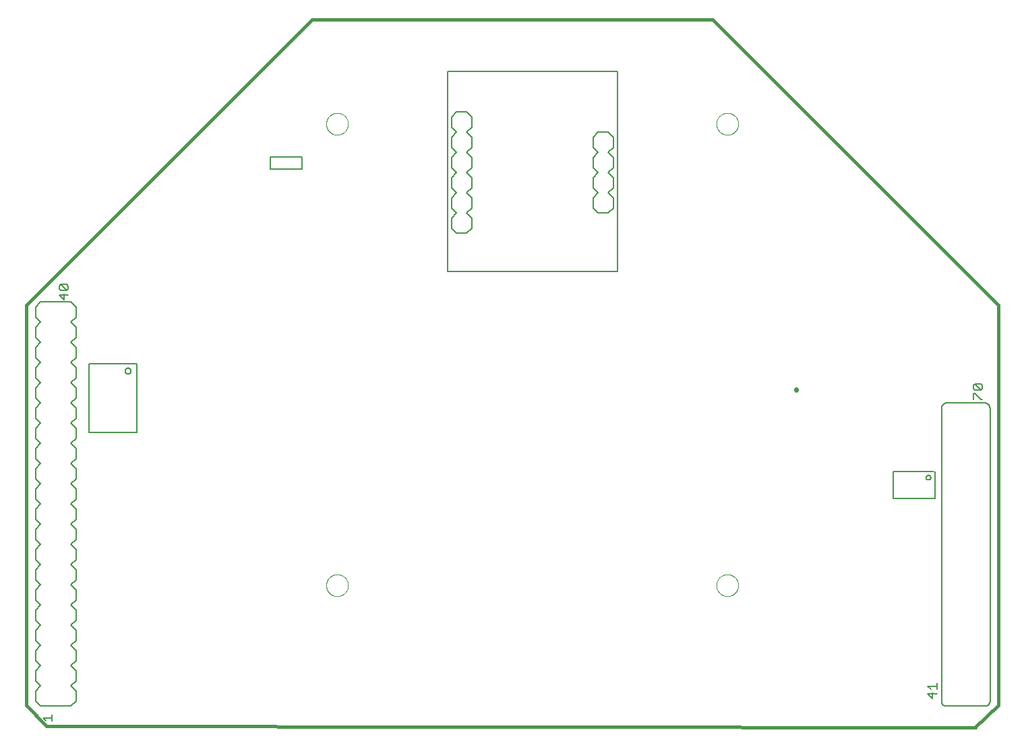
<source format=gto>
G75*
%MOIN*%
%OFA0B0*%
%FSLAX25Y25*%
%IPPOS*%
%LPD*%
%AMOC8*
5,1,8,0,0,1.08239X$1,22.5*
%
%ADD10C,0.01600*%
%ADD11C,0.00000*%
%ADD12C,0.00800*%
%ADD13C,0.00500*%
%ADD14C,0.00600*%
%ADD15C,0.02200*%
D10*
X0058905Y0179884D02*
X0048884Y0190305D01*
X0048884Y0388295D01*
X0190305Y0529716D01*
X0388295Y0529716D01*
X0529716Y0388295D01*
X0529716Y0190305D01*
X0518095Y0179184D01*
X0518195Y0179316D02*
X0059005Y0179916D01*
D11*
X0197324Y0249599D02*
X0197326Y0249746D01*
X0197332Y0249892D01*
X0197342Y0250038D01*
X0197356Y0250184D01*
X0197374Y0250330D01*
X0197395Y0250475D01*
X0197421Y0250619D01*
X0197451Y0250763D01*
X0197484Y0250905D01*
X0197521Y0251047D01*
X0197562Y0251188D01*
X0197607Y0251327D01*
X0197656Y0251466D01*
X0197708Y0251603D01*
X0197765Y0251738D01*
X0197824Y0251872D01*
X0197888Y0252004D01*
X0197955Y0252134D01*
X0198025Y0252263D01*
X0198099Y0252390D01*
X0198176Y0252514D01*
X0198257Y0252637D01*
X0198341Y0252757D01*
X0198428Y0252875D01*
X0198518Y0252990D01*
X0198611Y0253103D01*
X0198708Y0253214D01*
X0198807Y0253322D01*
X0198909Y0253427D01*
X0199014Y0253529D01*
X0199122Y0253628D01*
X0199233Y0253725D01*
X0199346Y0253818D01*
X0199461Y0253908D01*
X0199579Y0253995D01*
X0199699Y0254079D01*
X0199822Y0254160D01*
X0199946Y0254237D01*
X0200073Y0254311D01*
X0200202Y0254381D01*
X0200332Y0254448D01*
X0200464Y0254512D01*
X0200598Y0254571D01*
X0200733Y0254628D01*
X0200870Y0254680D01*
X0201009Y0254729D01*
X0201148Y0254774D01*
X0201289Y0254815D01*
X0201431Y0254852D01*
X0201573Y0254885D01*
X0201717Y0254915D01*
X0201861Y0254941D01*
X0202006Y0254962D01*
X0202152Y0254980D01*
X0202298Y0254994D01*
X0202444Y0255004D01*
X0202590Y0255010D01*
X0202737Y0255012D01*
X0202884Y0255010D01*
X0203030Y0255004D01*
X0203176Y0254994D01*
X0203322Y0254980D01*
X0203468Y0254962D01*
X0203613Y0254941D01*
X0203757Y0254915D01*
X0203901Y0254885D01*
X0204043Y0254852D01*
X0204185Y0254815D01*
X0204326Y0254774D01*
X0204465Y0254729D01*
X0204604Y0254680D01*
X0204741Y0254628D01*
X0204876Y0254571D01*
X0205010Y0254512D01*
X0205142Y0254448D01*
X0205272Y0254381D01*
X0205401Y0254311D01*
X0205528Y0254237D01*
X0205652Y0254160D01*
X0205775Y0254079D01*
X0205895Y0253995D01*
X0206013Y0253908D01*
X0206128Y0253818D01*
X0206241Y0253725D01*
X0206352Y0253628D01*
X0206460Y0253529D01*
X0206565Y0253427D01*
X0206667Y0253322D01*
X0206766Y0253214D01*
X0206863Y0253103D01*
X0206956Y0252990D01*
X0207046Y0252875D01*
X0207133Y0252757D01*
X0207217Y0252637D01*
X0207298Y0252514D01*
X0207375Y0252390D01*
X0207449Y0252263D01*
X0207519Y0252134D01*
X0207586Y0252004D01*
X0207650Y0251872D01*
X0207709Y0251738D01*
X0207766Y0251603D01*
X0207818Y0251466D01*
X0207867Y0251327D01*
X0207912Y0251188D01*
X0207953Y0251047D01*
X0207990Y0250905D01*
X0208023Y0250763D01*
X0208053Y0250619D01*
X0208079Y0250475D01*
X0208100Y0250330D01*
X0208118Y0250184D01*
X0208132Y0250038D01*
X0208142Y0249892D01*
X0208148Y0249746D01*
X0208150Y0249599D01*
X0208148Y0249452D01*
X0208142Y0249306D01*
X0208132Y0249160D01*
X0208118Y0249014D01*
X0208100Y0248868D01*
X0208079Y0248723D01*
X0208053Y0248579D01*
X0208023Y0248435D01*
X0207990Y0248293D01*
X0207953Y0248151D01*
X0207912Y0248010D01*
X0207867Y0247871D01*
X0207818Y0247732D01*
X0207766Y0247595D01*
X0207709Y0247460D01*
X0207650Y0247326D01*
X0207586Y0247194D01*
X0207519Y0247064D01*
X0207449Y0246935D01*
X0207375Y0246808D01*
X0207298Y0246684D01*
X0207217Y0246561D01*
X0207133Y0246441D01*
X0207046Y0246323D01*
X0206956Y0246208D01*
X0206863Y0246095D01*
X0206766Y0245984D01*
X0206667Y0245876D01*
X0206565Y0245771D01*
X0206460Y0245669D01*
X0206352Y0245570D01*
X0206241Y0245473D01*
X0206128Y0245380D01*
X0206013Y0245290D01*
X0205895Y0245203D01*
X0205775Y0245119D01*
X0205652Y0245038D01*
X0205528Y0244961D01*
X0205401Y0244887D01*
X0205272Y0244817D01*
X0205142Y0244750D01*
X0205010Y0244686D01*
X0204876Y0244627D01*
X0204741Y0244570D01*
X0204604Y0244518D01*
X0204465Y0244469D01*
X0204326Y0244424D01*
X0204185Y0244383D01*
X0204043Y0244346D01*
X0203901Y0244313D01*
X0203757Y0244283D01*
X0203613Y0244257D01*
X0203468Y0244236D01*
X0203322Y0244218D01*
X0203176Y0244204D01*
X0203030Y0244194D01*
X0202884Y0244188D01*
X0202737Y0244186D01*
X0202590Y0244188D01*
X0202444Y0244194D01*
X0202298Y0244204D01*
X0202152Y0244218D01*
X0202006Y0244236D01*
X0201861Y0244257D01*
X0201717Y0244283D01*
X0201573Y0244313D01*
X0201431Y0244346D01*
X0201289Y0244383D01*
X0201148Y0244424D01*
X0201009Y0244469D01*
X0200870Y0244518D01*
X0200733Y0244570D01*
X0200598Y0244627D01*
X0200464Y0244686D01*
X0200332Y0244750D01*
X0200202Y0244817D01*
X0200073Y0244887D01*
X0199946Y0244961D01*
X0199822Y0245038D01*
X0199699Y0245119D01*
X0199579Y0245203D01*
X0199461Y0245290D01*
X0199346Y0245380D01*
X0199233Y0245473D01*
X0199122Y0245570D01*
X0199014Y0245669D01*
X0198909Y0245771D01*
X0198807Y0245876D01*
X0198708Y0245984D01*
X0198611Y0246095D01*
X0198518Y0246208D01*
X0198428Y0246323D01*
X0198341Y0246441D01*
X0198257Y0246561D01*
X0198176Y0246684D01*
X0198099Y0246808D01*
X0198025Y0246935D01*
X0197955Y0247064D01*
X0197888Y0247194D01*
X0197824Y0247326D01*
X0197765Y0247460D01*
X0197708Y0247595D01*
X0197656Y0247732D01*
X0197607Y0247871D01*
X0197562Y0248010D01*
X0197521Y0248151D01*
X0197484Y0248293D01*
X0197451Y0248435D01*
X0197421Y0248579D01*
X0197395Y0248723D01*
X0197374Y0248868D01*
X0197356Y0249014D01*
X0197342Y0249160D01*
X0197332Y0249306D01*
X0197326Y0249452D01*
X0197324Y0249599D01*
X0390237Y0249599D02*
X0390239Y0249746D01*
X0390245Y0249892D01*
X0390255Y0250038D01*
X0390269Y0250184D01*
X0390287Y0250330D01*
X0390308Y0250475D01*
X0390334Y0250619D01*
X0390364Y0250763D01*
X0390397Y0250905D01*
X0390434Y0251047D01*
X0390475Y0251188D01*
X0390520Y0251327D01*
X0390569Y0251466D01*
X0390621Y0251603D01*
X0390678Y0251738D01*
X0390737Y0251872D01*
X0390801Y0252004D01*
X0390868Y0252134D01*
X0390938Y0252263D01*
X0391012Y0252390D01*
X0391089Y0252514D01*
X0391170Y0252637D01*
X0391254Y0252757D01*
X0391341Y0252875D01*
X0391431Y0252990D01*
X0391524Y0253103D01*
X0391621Y0253214D01*
X0391720Y0253322D01*
X0391822Y0253427D01*
X0391927Y0253529D01*
X0392035Y0253628D01*
X0392146Y0253725D01*
X0392259Y0253818D01*
X0392374Y0253908D01*
X0392492Y0253995D01*
X0392612Y0254079D01*
X0392735Y0254160D01*
X0392859Y0254237D01*
X0392986Y0254311D01*
X0393115Y0254381D01*
X0393245Y0254448D01*
X0393377Y0254512D01*
X0393511Y0254571D01*
X0393646Y0254628D01*
X0393783Y0254680D01*
X0393922Y0254729D01*
X0394061Y0254774D01*
X0394202Y0254815D01*
X0394344Y0254852D01*
X0394486Y0254885D01*
X0394630Y0254915D01*
X0394774Y0254941D01*
X0394919Y0254962D01*
X0395065Y0254980D01*
X0395211Y0254994D01*
X0395357Y0255004D01*
X0395503Y0255010D01*
X0395650Y0255012D01*
X0395797Y0255010D01*
X0395943Y0255004D01*
X0396089Y0254994D01*
X0396235Y0254980D01*
X0396381Y0254962D01*
X0396526Y0254941D01*
X0396670Y0254915D01*
X0396814Y0254885D01*
X0396956Y0254852D01*
X0397098Y0254815D01*
X0397239Y0254774D01*
X0397378Y0254729D01*
X0397517Y0254680D01*
X0397654Y0254628D01*
X0397789Y0254571D01*
X0397923Y0254512D01*
X0398055Y0254448D01*
X0398185Y0254381D01*
X0398314Y0254311D01*
X0398441Y0254237D01*
X0398565Y0254160D01*
X0398688Y0254079D01*
X0398808Y0253995D01*
X0398926Y0253908D01*
X0399041Y0253818D01*
X0399154Y0253725D01*
X0399265Y0253628D01*
X0399373Y0253529D01*
X0399478Y0253427D01*
X0399580Y0253322D01*
X0399679Y0253214D01*
X0399776Y0253103D01*
X0399869Y0252990D01*
X0399959Y0252875D01*
X0400046Y0252757D01*
X0400130Y0252637D01*
X0400211Y0252514D01*
X0400288Y0252390D01*
X0400362Y0252263D01*
X0400432Y0252134D01*
X0400499Y0252004D01*
X0400563Y0251872D01*
X0400622Y0251738D01*
X0400679Y0251603D01*
X0400731Y0251466D01*
X0400780Y0251327D01*
X0400825Y0251188D01*
X0400866Y0251047D01*
X0400903Y0250905D01*
X0400936Y0250763D01*
X0400966Y0250619D01*
X0400992Y0250475D01*
X0401013Y0250330D01*
X0401031Y0250184D01*
X0401045Y0250038D01*
X0401055Y0249892D01*
X0401061Y0249746D01*
X0401063Y0249599D01*
X0401061Y0249452D01*
X0401055Y0249306D01*
X0401045Y0249160D01*
X0401031Y0249014D01*
X0401013Y0248868D01*
X0400992Y0248723D01*
X0400966Y0248579D01*
X0400936Y0248435D01*
X0400903Y0248293D01*
X0400866Y0248151D01*
X0400825Y0248010D01*
X0400780Y0247871D01*
X0400731Y0247732D01*
X0400679Y0247595D01*
X0400622Y0247460D01*
X0400563Y0247326D01*
X0400499Y0247194D01*
X0400432Y0247064D01*
X0400362Y0246935D01*
X0400288Y0246808D01*
X0400211Y0246684D01*
X0400130Y0246561D01*
X0400046Y0246441D01*
X0399959Y0246323D01*
X0399869Y0246208D01*
X0399776Y0246095D01*
X0399679Y0245984D01*
X0399580Y0245876D01*
X0399478Y0245771D01*
X0399373Y0245669D01*
X0399265Y0245570D01*
X0399154Y0245473D01*
X0399041Y0245380D01*
X0398926Y0245290D01*
X0398808Y0245203D01*
X0398688Y0245119D01*
X0398565Y0245038D01*
X0398441Y0244961D01*
X0398314Y0244887D01*
X0398185Y0244817D01*
X0398055Y0244750D01*
X0397923Y0244686D01*
X0397789Y0244627D01*
X0397654Y0244570D01*
X0397517Y0244518D01*
X0397378Y0244469D01*
X0397239Y0244424D01*
X0397098Y0244383D01*
X0396956Y0244346D01*
X0396814Y0244313D01*
X0396670Y0244283D01*
X0396526Y0244257D01*
X0396381Y0244236D01*
X0396235Y0244218D01*
X0396089Y0244204D01*
X0395943Y0244194D01*
X0395797Y0244188D01*
X0395650Y0244186D01*
X0395503Y0244188D01*
X0395357Y0244194D01*
X0395211Y0244204D01*
X0395065Y0244218D01*
X0394919Y0244236D01*
X0394774Y0244257D01*
X0394630Y0244283D01*
X0394486Y0244313D01*
X0394344Y0244346D01*
X0394202Y0244383D01*
X0394061Y0244424D01*
X0393922Y0244469D01*
X0393783Y0244518D01*
X0393646Y0244570D01*
X0393511Y0244627D01*
X0393377Y0244686D01*
X0393245Y0244750D01*
X0393115Y0244817D01*
X0392986Y0244887D01*
X0392859Y0244961D01*
X0392735Y0245038D01*
X0392612Y0245119D01*
X0392492Y0245203D01*
X0392374Y0245290D01*
X0392259Y0245380D01*
X0392146Y0245473D01*
X0392035Y0245570D01*
X0391927Y0245669D01*
X0391822Y0245771D01*
X0391720Y0245876D01*
X0391621Y0245984D01*
X0391524Y0246095D01*
X0391431Y0246208D01*
X0391341Y0246323D01*
X0391254Y0246441D01*
X0391170Y0246561D01*
X0391089Y0246684D01*
X0391012Y0246808D01*
X0390938Y0246935D01*
X0390868Y0247064D01*
X0390801Y0247194D01*
X0390737Y0247326D01*
X0390678Y0247460D01*
X0390621Y0247595D01*
X0390569Y0247732D01*
X0390520Y0247871D01*
X0390475Y0248010D01*
X0390434Y0248151D01*
X0390397Y0248293D01*
X0390364Y0248435D01*
X0390334Y0248579D01*
X0390308Y0248723D01*
X0390287Y0248868D01*
X0390269Y0249014D01*
X0390255Y0249160D01*
X0390245Y0249306D01*
X0390239Y0249452D01*
X0390237Y0249599D01*
X0390237Y0477946D02*
X0390239Y0478093D01*
X0390245Y0478239D01*
X0390255Y0478385D01*
X0390269Y0478531D01*
X0390287Y0478677D01*
X0390308Y0478822D01*
X0390334Y0478966D01*
X0390364Y0479110D01*
X0390397Y0479252D01*
X0390434Y0479394D01*
X0390475Y0479535D01*
X0390520Y0479674D01*
X0390569Y0479813D01*
X0390621Y0479950D01*
X0390678Y0480085D01*
X0390737Y0480219D01*
X0390801Y0480351D01*
X0390868Y0480481D01*
X0390938Y0480610D01*
X0391012Y0480737D01*
X0391089Y0480861D01*
X0391170Y0480984D01*
X0391254Y0481104D01*
X0391341Y0481222D01*
X0391431Y0481337D01*
X0391524Y0481450D01*
X0391621Y0481561D01*
X0391720Y0481669D01*
X0391822Y0481774D01*
X0391927Y0481876D01*
X0392035Y0481975D01*
X0392146Y0482072D01*
X0392259Y0482165D01*
X0392374Y0482255D01*
X0392492Y0482342D01*
X0392612Y0482426D01*
X0392735Y0482507D01*
X0392859Y0482584D01*
X0392986Y0482658D01*
X0393115Y0482728D01*
X0393245Y0482795D01*
X0393377Y0482859D01*
X0393511Y0482918D01*
X0393646Y0482975D01*
X0393783Y0483027D01*
X0393922Y0483076D01*
X0394061Y0483121D01*
X0394202Y0483162D01*
X0394344Y0483199D01*
X0394486Y0483232D01*
X0394630Y0483262D01*
X0394774Y0483288D01*
X0394919Y0483309D01*
X0395065Y0483327D01*
X0395211Y0483341D01*
X0395357Y0483351D01*
X0395503Y0483357D01*
X0395650Y0483359D01*
X0395797Y0483357D01*
X0395943Y0483351D01*
X0396089Y0483341D01*
X0396235Y0483327D01*
X0396381Y0483309D01*
X0396526Y0483288D01*
X0396670Y0483262D01*
X0396814Y0483232D01*
X0396956Y0483199D01*
X0397098Y0483162D01*
X0397239Y0483121D01*
X0397378Y0483076D01*
X0397517Y0483027D01*
X0397654Y0482975D01*
X0397789Y0482918D01*
X0397923Y0482859D01*
X0398055Y0482795D01*
X0398185Y0482728D01*
X0398314Y0482658D01*
X0398441Y0482584D01*
X0398565Y0482507D01*
X0398688Y0482426D01*
X0398808Y0482342D01*
X0398926Y0482255D01*
X0399041Y0482165D01*
X0399154Y0482072D01*
X0399265Y0481975D01*
X0399373Y0481876D01*
X0399478Y0481774D01*
X0399580Y0481669D01*
X0399679Y0481561D01*
X0399776Y0481450D01*
X0399869Y0481337D01*
X0399959Y0481222D01*
X0400046Y0481104D01*
X0400130Y0480984D01*
X0400211Y0480861D01*
X0400288Y0480737D01*
X0400362Y0480610D01*
X0400432Y0480481D01*
X0400499Y0480351D01*
X0400563Y0480219D01*
X0400622Y0480085D01*
X0400679Y0479950D01*
X0400731Y0479813D01*
X0400780Y0479674D01*
X0400825Y0479535D01*
X0400866Y0479394D01*
X0400903Y0479252D01*
X0400936Y0479110D01*
X0400966Y0478966D01*
X0400992Y0478822D01*
X0401013Y0478677D01*
X0401031Y0478531D01*
X0401045Y0478385D01*
X0401055Y0478239D01*
X0401061Y0478093D01*
X0401063Y0477946D01*
X0401061Y0477799D01*
X0401055Y0477653D01*
X0401045Y0477507D01*
X0401031Y0477361D01*
X0401013Y0477215D01*
X0400992Y0477070D01*
X0400966Y0476926D01*
X0400936Y0476782D01*
X0400903Y0476640D01*
X0400866Y0476498D01*
X0400825Y0476357D01*
X0400780Y0476218D01*
X0400731Y0476079D01*
X0400679Y0475942D01*
X0400622Y0475807D01*
X0400563Y0475673D01*
X0400499Y0475541D01*
X0400432Y0475411D01*
X0400362Y0475282D01*
X0400288Y0475155D01*
X0400211Y0475031D01*
X0400130Y0474908D01*
X0400046Y0474788D01*
X0399959Y0474670D01*
X0399869Y0474555D01*
X0399776Y0474442D01*
X0399679Y0474331D01*
X0399580Y0474223D01*
X0399478Y0474118D01*
X0399373Y0474016D01*
X0399265Y0473917D01*
X0399154Y0473820D01*
X0399041Y0473727D01*
X0398926Y0473637D01*
X0398808Y0473550D01*
X0398688Y0473466D01*
X0398565Y0473385D01*
X0398441Y0473308D01*
X0398314Y0473234D01*
X0398185Y0473164D01*
X0398055Y0473097D01*
X0397923Y0473033D01*
X0397789Y0472974D01*
X0397654Y0472917D01*
X0397517Y0472865D01*
X0397378Y0472816D01*
X0397239Y0472771D01*
X0397098Y0472730D01*
X0396956Y0472693D01*
X0396814Y0472660D01*
X0396670Y0472630D01*
X0396526Y0472604D01*
X0396381Y0472583D01*
X0396235Y0472565D01*
X0396089Y0472551D01*
X0395943Y0472541D01*
X0395797Y0472535D01*
X0395650Y0472533D01*
X0395503Y0472535D01*
X0395357Y0472541D01*
X0395211Y0472551D01*
X0395065Y0472565D01*
X0394919Y0472583D01*
X0394774Y0472604D01*
X0394630Y0472630D01*
X0394486Y0472660D01*
X0394344Y0472693D01*
X0394202Y0472730D01*
X0394061Y0472771D01*
X0393922Y0472816D01*
X0393783Y0472865D01*
X0393646Y0472917D01*
X0393511Y0472974D01*
X0393377Y0473033D01*
X0393245Y0473097D01*
X0393115Y0473164D01*
X0392986Y0473234D01*
X0392859Y0473308D01*
X0392735Y0473385D01*
X0392612Y0473466D01*
X0392492Y0473550D01*
X0392374Y0473637D01*
X0392259Y0473727D01*
X0392146Y0473820D01*
X0392035Y0473917D01*
X0391927Y0474016D01*
X0391822Y0474118D01*
X0391720Y0474223D01*
X0391621Y0474331D01*
X0391524Y0474442D01*
X0391431Y0474555D01*
X0391341Y0474670D01*
X0391254Y0474788D01*
X0391170Y0474908D01*
X0391089Y0475031D01*
X0391012Y0475155D01*
X0390938Y0475282D01*
X0390868Y0475411D01*
X0390801Y0475541D01*
X0390737Y0475673D01*
X0390678Y0475807D01*
X0390621Y0475942D01*
X0390569Y0476079D01*
X0390520Y0476218D01*
X0390475Y0476357D01*
X0390434Y0476498D01*
X0390397Y0476640D01*
X0390364Y0476782D01*
X0390334Y0476926D01*
X0390308Y0477070D01*
X0390287Y0477215D01*
X0390269Y0477361D01*
X0390255Y0477507D01*
X0390245Y0477653D01*
X0390239Y0477799D01*
X0390237Y0477946D01*
X0197324Y0477946D02*
X0197326Y0478093D01*
X0197332Y0478239D01*
X0197342Y0478385D01*
X0197356Y0478531D01*
X0197374Y0478677D01*
X0197395Y0478822D01*
X0197421Y0478966D01*
X0197451Y0479110D01*
X0197484Y0479252D01*
X0197521Y0479394D01*
X0197562Y0479535D01*
X0197607Y0479674D01*
X0197656Y0479813D01*
X0197708Y0479950D01*
X0197765Y0480085D01*
X0197824Y0480219D01*
X0197888Y0480351D01*
X0197955Y0480481D01*
X0198025Y0480610D01*
X0198099Y0480737D01*
X0198176Y0480861D01*
X0198257Y0480984D01*
X0198341Y0481104D01*
X0198428Y0481222D01*
X0198518Y0481337D01*
X0198611Y0481450D01*
X0198708Y0481561D01*
X0198807Y0481669D01*
X0198909Y0481774D01*
X0199014Y0481876D01*
X0199122Y0481975D01*
X0199233Y0482072D01*
X0199346Y0482165D01*
X0199461Y0482255D01*
X0199579Y0482342D01*
X0199699Y0482426D01*
X0199822Y0482507D01*
X0199946Y0482584D01*
X0200073Y0482658D01*
X0200202Y0482728D01*
X0200332Y0482795D01*
X0200464Y0482859D01*
X0200598Y0482918D01*
X0200733Y0482975D01*
X0200870Y0483027D01*
X0201009Y0483076D01*
X0201148Y0483121D01*
X0201289Y0483162D01*
X0201431Y0483199D01*
X0201573Y0483232D01*
X0201717Y0483262D01*
X0201861Y0483288D01*
X0202006Y0483309D01*
X0202152Y0483327D01*
X0202298Y0483341D01*
X0202444Y0483351D01*
X0202590Y0483357D01*
X0202737Y0483359D01*
X0202884Y0483357D01*
X0203030Y0483351D01*
X0203176Y0483341D01*
X0203322Y0483327D01*
X0203468Y0483309D01*
X0203613Y0483288D01*
X0203757Y0483262D01*
X0203901Y0483232D01*
X0204043Y0483199D01*
X0204185Y0483162D01*
X0204326Y0483121D01*
X0204465Y0483076D01*
X0204604Y0483027D01*
X0204741Y0482975D01*
X0204876Y0482918D01*
X0205010Y0482859D01*
X0205142Y0482795D01*
X0205272Y0482728D01*
X0205401Y0482658D01*
X0205528Y0482584D01*
X0205652Y0482507D01*
X0205775Y0482426D01*
X0205895Y0482342D01*
X0206013Y0482255D01*
X0206128Y0482165D01*
X0206241Y0482072D01*
X0206352Y0481975D01*
X0206460Y0481876D01*
X0206565Y0481774D01*
X0206667Y0481669D01*
X0206766Y0481561D01*
X0206863Y0481450D01*
X0206956Y0481337D01*
X0207046Y0481222D01*
X0207133Y0481104D01*
X0207217Y0480984D01*
X0207298Y0480861D01*
X0207375Y0480737D01*
X0207449Y0480610D01*
X0207519Y0480481D01*
X0207586Y0480351D01*
X0207650Y0480219D01*
X0207709Y0480085D01*
X0207766Y0479950D01*
X0207818Y0479813D01*
X0207867Y0479674D01*
X0207912Y0479535D01*
X0207953Y0479394D01*
X0207990Y0479252D01*
X0208023Y0479110D01*
X0208053Y0478966D01*
X0208079Y0478822D01*
X0208100Y0478677D01*
X0208118Y0478531D01*
X0208132Y0478385D01*
X0208142Y0478239D01*
X0208148Y0478093D01*
X0208150Y0477946D01*
X0208148Y0477799D01*
X0208142Y0477653D01*
X0208132Y0477507D01*
X0208118Y0477361D01*
X0208100Y0477215D01*
X0208079Y0477070D01*
X0208053Y0476926D01*
X0208023Y0476782D01*
X0207990Y0476640D01*
X0207953Y0476498D01*
X0207912Y0476357D01*
X0207867Y0476218D01*
X0207818Y0476079D01*
X0207766Y0475942D01*
X0207709Y0475807D01*
X0207650Y0475673D01*
X0207586Y0475541D01*
X0207519Y0475411D01*
X0207449Y0475282D01*
X0207375Y0475155D01*
X0207298Y0475031D01*
X0207217Y0474908D01*
X0207133Y0474788D01*
X0207046Y0474670D01*
X0206956Y0474555D01*
X0206863Y0474442D01*
X0206766Y0474331D01*
X0206667Y0474223D01*
X0206565Y0474118D01*
X0206460Y0474016D01*
X0206352Y0473917D01*
X0206241Y0473820D01*
X0206128Y0473727D01*
X0206013Y0473637D01*
X0205895Y0473550D01*
X0205775Y0473466D01*
X0205652Y0473385D01*
X0205528Y0473308D01*
X0205401Y0473234D01*
X0205272Y0473164D01*
X0205142Y0473097D01*
X0205010Y0473033D01*
X0204876Y0472974D01*
X0204741Y0472917D01*
X0204604Y0472865D01*
X0204465Y0472816D01*
X0204326Y0472771D01*
X0204185Y0472730D01*
X0204043Y0472693D01*
X0203901Y0472660D01*
X0203757Y0472630D01*
X0203613Y0472604D01*
X0203468Y0472583D01*
X0203322Y0472565D01*
X0203176Y0472551D01*
X0203030Y0472541D01*
X0202884Y0472535D01*
X0202737Y0472533D01*
X0202590Y0472535D01*
X0202444Y0472541D01*
X0202298Y0472551D01*
X0202152Y0472565D01*
X0202006Y0472583D01*
X0201861Y0472604D01*
X0201717Y0472630D01*
X0201573Y0472660D01*
X0201431Y0472693D01*
X0201289Y0472730D01*
X0201148Y0472771D01*
X0201009Y0472816D01*
X0200870Y0472865D01*
X0200733Y0472917D01*
X0200598Y0472974D01*
X0200464Y0473033D01*
X0200332Y0473097D01*
X0200202Y0473164D01*
X0200073Y0473234D01*
X0199946Y0473308D01*
X0199822Y0473385D01*
X0199699Y0473466D01*
X0199579Y0473550D01*
X0199461Y0473637D01*
X0199346Y0473727D01*
X0199233Y0473820D01*
X0199122Y0473917D01*
X0199014Y0474016D01*
X0198909Y0474118D01*
X0198807Y0474223D01*
X0198708Y0474331D01*
X0198611Y0474442D01*
X0198518Y0474555D01*
X0198428Y0474670D01*
X0198341Y0474788D01*
X0198257Y0474908D01*
X0198176Y0475031D01*
X0198099Y0475155D01*
X0198025Y0475282D01*
X0197955Y0475411D01*
X0197888Y0475541D01*
X0197824Y0475673D01*
X0197765Y0475807D01*
X0197708Y0475942D01*
X0197656Y0476079D01*
X0197607Y0476218D01*
X0197562Y0476357D01*
X0197521Y0476498D01*
X0197484Y0476640D01*
X0197451Y0476782D01*
X0197421Y0476926D01*
X0197395Y0477070D01*
X0197374Y0477215D01*
X0197356Y0477361D01*
X0197342Y0477507D01*
X0197332Y0477653D01*
X0197326Y0477799D01*
X0197324Y0477946D01*
D12*
X0259349Y0476245D02*
X0259349Y0481245D01*
X0261849Y0483745D01*
X0266849Y0483745D01*
X0269349Y0481245D01*
X0269349Y0476245D01*
X0266849Y0473745D01*
X0269349Y0471245D01*
X0269349Y0466245D01*
X0266849Y0463745D01*
X0269349Y0461245D01*
X0269349Y0456245D01*
X0266849Y0453745D01*
X0269349Y0451245D01*
X0269349Y0446245D01*
X0266849Y0443745D01*
X0269349Y0441245D01*
X0269349Y0436245D01*
X0266849Y0433745D01*
X0269349Y0431245D01*
X0269349Y0426245D01*
X0266849Y0423745D01*
X0261849Y0423745D01*
X0259349Y0426245D01*
X0259349Y0431245D01*
X0261849Y0433745D01*
X0259349Y0436245D01*
X0259349Y0441245D01*
X0261849Y0443745D01*
X0259349Y0446245D01*
X0259349Y0451245D01*
X0261849Y0453745D01*
X0259349Y0456245D01*
X0259349Y0461245D01*
X0261849Y0463745D01*
X0259349Y0466245D01*
X0259349Y0471245D01*
X0261849Y0473745D01*
X0259349Y0476245D01*
X0329349Y0471245D02*
X0329349Y0466245D01*
X0331849Y0463745D01*
X0329349Y0461245D01*
X0329349Y0456245D01*
X0331849Y0453745D01*
X0329349Y0451245D01*
X0329349Y0446245D01*
X0331849Y0443745D01*
X0329349Y0441245D01*
X0329349Y0436245D01*
X0331849Y0433745D01*
X0336849Y0433745D01*
X0339349Y0436245D01*
X0339349Y0441245D01*
X0336849Y0443745D01*
X0339349Y0446245D01*
X0339349Y0451245D01*
X0336849Y0453745D01*
X0339349Y0456245D01*
X0339349Y0461245D01*
X0336849Y0463745D01*
X0339349Y0466245D01*
X0339349Y0471245D01*
X0336849Y0473745D01*
X0331849Y0473745D01*
X0329349Y0471245D01*
X0477770Y0306076D02*
X0477770Y0292691D01*
X0498242Y0292691D01*
X0498242Y0306076D01*
X0497849Y0306076D02*
X0477770Y0306076D01*
X0493912Y0302927D02*
X0493914Y0302996D01*
X0493920Y0303064D01*
X0493930Y0303132D01*
X0493944Y0303199D01*
X0493962Y0303266D01*
X0493983Y0303331D01*
X0494009Y0303395D01*
X0494038Y0303457D01*
X0494070Y0303517D01*
X0494106Y0303576D01*
X0494146Y0303632D01*
X0494188Y0303686D01*
X0494234Y0303737D01*
X0494283Y0303786D01*
X0494334Y0303832D01*
X0494388Y0303874D01*
X0494444Y0303914D01*
X0494502Y0303950D01*
X0494563Y0303982D01*
X0494625Y0304011D01*
X0494689Y0304037D01*
X0494754Y0304058D01*
X0494821Y0304076D01*
X0494888Y0304090D01*
X0494956Y0304100D01*
X0495024Y0304106D01*
X0495093Y0304108D01*
X0495162Y0304106D01*
X0495230Y0304100D01*
X0495298Y0304090D01*
X0495365Y0304076D01*
X0495432Y0304058D01*
X0495497Y0304037D01*
X0495561Y0304011D01*
X0495623Y0303982D01*
X0495683Y0303950D01*
X0495742Y0303914D01*
X0495798Y0303874D01*
X0495852Y0303832D01*
X0495903Y0303786D01*
X0495952Y0303737D01*
X0495998Y0303686D01*
X0496040Y0303632D01*
X0496080Y0303576D01*
X0496116Y0303517D01*
X0496148Y0303457D01*
X0496177Y0303395D01*
X0496203Y0303331D01*
X0496224Y0303266D01*
X0496242Y0303199D01*
X0496256Y0303132D01*
X0496266Y0303064D01*
X0496272Y0302996D01*
X0496274Y0302927D01*
X0496272Y0302858D01*
X0496266Y0302790D01*
X0496256Y0302722D01*
X0496242Y0302655D01*
X0496224Y0302588D01*
X0496203Y0302523D01*
X0496177Y0302459D01*
X0496148Y0302397D01*
X0496116Y0302336D01*
X0496080Y0302278D01*
X0496040Y0302222D01*
X0495998Y0302168D01*
X0495952Y0302117D01*
X0495903Y0302068D01*
X0495852Y0302022D01*
X0495798Y0301980D01*
X0495742Y0301940D01*
X0495684Y0301904D01*
X0495623Y0301872D01*
X0495561Y0301843D01*
X0495497Y0301817D01*
X0495432Y0301796D01*
X0495365Y0301778D01*
X0495298Y0301764D01*
X0495230Y0301754D01*
X0495162Y0301748D01*
X0495093Y0301746D01*
X0495024Y0301748D01*
X0494956Y0301754D01*
X0494888Y0301764D01*
X0494821Y0301778D01*
X0494754Y0301796D01*
X0494689Y0301817D01*
X0494625Y0301843D01*
X0494563Y0301872D01*
X0494502Y0301904D01*
X0494444Y0301940D01*
X0494388Y0301980D01*
X0494334Y0302022D01*
X0494283Y0302068D01*
X0494234Y0302117D01*
X0494188Y0302168D01*
X0494146Y0302222D01*
X0494106Y0302278D01*
X0494070Y0302336D01*
X0494038Y0302397D01*
X0494009Y0302459D01*
X0493983Y0302523D01*
X0493962Y0302588D01*
X0493944Y0302655D01*
X0493930Y0302722D01*
X0493920Y0302790D01*
X0493914Y0302858D01*
X0493912Y0302927D01*
D13*
X0517295Y0341595D02*
X0517295Y0344598D01*
X0518045Y0344598D01*
X0521048Y0341595D01*
X0521799Y0341595D01*
X0521048Y0346199D02*
X0518045Y0349201D01*
X0521048Y0349201D01*
X0521799Y0348451D01*
X0521799Y0346950D01*
X0521048Y0346199D01*
X0518045Y0346199D01*
X0517295Y0346950D01*
X0517295Y0348451D01*
X0518045Y0349201D01*
X0499299Y0201201D02*
X0499299Y0198199D01*
X0499299Y0199700D02*
X0494795Y0199700D01*
X0496296Y0198199D01*
X0497047Y0196598D02*
X0497047Y0193595D01*
X0494795Y0195847D01*
X0499299Y0195847D01*
X0341349Y0404745D02*
X0257349Y0404745D01*
X0257349Y0503745D01*
X0341349Y0503745D01*
X0341349Y0404745D01*
X0185286Y0455571D02*
X0185286Y0461476D01*
X0169538Y0461476D01*
X0169538Y0455571D01*
X0185286Y0455571D01*
X0103642Y0359235D02*
X0080020Y0359235D01*
X0080020Y0325376D01*
X0103642Y0325376D01*
X0103642Y0359235D01*
X0097892Y0355691D02*
X0097894Y0355766D01*
X0097900Y0355841D01*
X0097910Y0355915D01*
X0097924Y0355989D01*
X0097941Y0356062D01*
X0097963Y0356133D01*
X0097988Y0356204D01*
X0098017Y0356273D01*
X0098049Y0356341D01*
X0098085Y0356406D01*
X0098125Y0356470D01*
X0098168Y0356532D01*
X0098214Y0356591D01*
X0098263Y0356648D01*
X0098315Y0356702D01*
X0098369Y0356753D01*
X0098427Y0356801D01*
X0098486Y0356846D01*
X0098549Y0356888D01*
X0098613Y0356927D01*
X0098679Y0356962D01*
X0098747Y0356994D01*
X0098817Y0357022D01*
X0098887Y0357046D01*
X0098960Y0357067D01*
X0099033Y0357083D01*
X0099107Y0357096D01*
X0099181Y0357105D01*
X0099256Y0357110D01*
X0099331Y0357111D01*
X0099406Y0357108D01*
X0099480Y0357101D01*
X0099554Y0357090D01*
X0099628Y0357075D01*
X0099701Y0357057D01*
X0099772Y0357034D01*
X0099842Y0357008D01*
X0099911Y0356978D01*
X0099978Y0356945D01*
X0100044Y0356908D01*
X0100107Y0356868D01*
X0100168Y0356824D01*
X0100226Y0356777D01*
X0100282Y0356728D01*
X0100336Y0356675D01*
X0100386Y0356620D01*
X0100434Y0356562D01*
X0100478Y0356501D01*
X0100519Y0356439D01*
X0100557Y0356374D01*
X0100591Y0356307D01*
X0100622Y0356239D01*
X0100649Y0356169D01*
X0100673Y0356098D01*
X0100692Y0356025D01*
X0100708Y0355952D01*
X0100720Y0355878D01*
X0100728Y0355803D01*
X0100732Y0355728D01*
X0100732Y0355654D01*
X0100728Y0355579D01*
X0100720Y0355504D01*
X0100708Y0355430D01*
X0100692Y0355357D01*
X0100673Y0355284D01*
X0100649Y0355213D01*
X0100622Y0355143D01*
X0100591Y0355075D01*
X0100557Y0355008D01*
X0100519Y0354943D01*
X0100478Y0354881D01*
X0100434Y0354820D01*
X0100386Y0354762D01*
X0100336Y0354707D01*
X0100282Y0354654D01*
X0100226Y0354605D01*
X0100168Y0354558D01*
X0100107Y0354514D01*
X0100044Y0354474D01*
X0099978Y0354437D01*
X0099911Y0354404D01*
X0099842Y0354374D01*
X0099772Y0354348D01*
X0099701Y0354325D01*
X0099628Y0354307D01*
X0099554Y0354292D01*
X0099480Y0354281D01*
X0099406Y0354274D01*
X0099331Y0354271D01*
X0099256Y0354272D01*
X0099181Y0354277D01*
X0099107Y0354286D01*
X0099033Y0354299D01*
X0098960Y0354315D01*
X0098887Y0354336D01*
X0098817Y0354360D01*
X0098747Y0354388D01*
X0098679Y0354420D01*
X0098613Y0354455D01*
X0098549Y0354494D01*
X0098486Y0354536D01*
X0098427Y0354581D01*
X0098369Y0354629D01*
X0098315Y0354680D01*
X0098263Y0354734D01*
X0098214Y0354791D01*
X0098168Y0354850D01*
X0098125Y0354912D01*
X0098085Y0354976D01*
X0098049Y0355041D01*
X0098017Y0355109D01*
X0097988Y0355178D01*
X0097963Y0355249D01*
X0097941Y0355320D01*
X0097924Y0355393D01*
X0097910Y0355467D01*
X0097900Y0355541D01*
X0097894Y0355616D01*
X0097892Y0355691D01*
X0067547Y0390887D02*
X0067547Y0393890D01*
X0069048Y0395491D02*
X0066045Y0398494D01*
X0069048Y0398494D01*
X0069799Y0397743D01*
X0069799Y0396242D01*
X0069048Y0395491D01*
X0066045Y0395491D01*
X0065295Y0396242D01*
X0065295Y0397743D01*
X0066045Y0398494D01*
X0065295Y0393139D02*
X0067547Y0390887D01*
X0069799Y0393139D02*
X0065295Y0393139D01*
X0061799Y0185494D02*
X0061799Y0182491D01*
X0061799Y0183992D02*
X0057295Y0183992D01*
X0058796Y0182491D01*
D14*
X0056049Y0189845D02*
X0053549Y0192345D01*
X0053549Y0197345D01*
X0056049Y0199845D01*
X0053549Y0202345D01*
X0053549Y0207345D01*
X0056049Y0209845D01*
X0053549Y0212345D01*
X0053549Y0217345D01*
X0056049Y0219845D01*
X0053549Y0222345D01*
X0053549Y0227345D01*
X0056049Y0229845D01*
X0053549Y0232345D01*
X0053549Y0237345D01*
X0056049Y0239845D01*
X0053549Y0242345D01*
X0053549Y0247345D01*
X0056049Y0249845D01*
X0053549Y0252345D01*
X0053549Y0257345D01*
X0056049Y0259845D01*
X0053549Y0262345D01*
X0053549Y0267345D01*
X0056049Y0269845D01*
X0053549Y0272345D01*
X0053549Y0277345D01*
X0056049Y0279845D01*
X0053549Y0282345D01*
X0053549Y0287345D01*
X0056049Y0289845D01*
X0053549Y0292345D01*
X0053549Y0297345D01*
X0056049Y0299845D01*
X0053549Y0302345D01*
X0053549Y0307345D01*
X0056049Y0309845D01*
X0053549Y0312345D01*
X0053549Y0317345D01*
X0056049Y0319845D01*
X0053549Y0322345D01*
X0053549Y0327345D01*
X0056049Y0329845D01*
X0053549Y0332345D01*
X0053549Y0337345D01*
X0056049Y0339845D01*
X0053549Y0342345D01*
X0053549Y0347345D01*
X0056049Y0349845D01*
X0053549Y0352345D01*
X0053549Y0357345D01*
X0056049Y0359845D01*
X0053549Y0362345D01*
X0053549Y0367345D01*
X0056049Y0369845D01*
X0053549Y0372345D01*
X0053549Y0377345D01*
X0056049Y0379845D01*
X0053549Y0382345D01*
X0053549Y0387345D01*
X0056049Y0389845D01*
X0071049Y0389845D01*
X0073549Y0387345D01*
X0073549Y0382345D01*
X0071049Y0379845D01*
X0073549Y0377345D01*
X0073549Y0372345D01*
X0071049Y0369845D01*
X0073549Y0367345D01*
X0073549Y0362345D01*
X0071049Y0359845D01*
X0073549Y0357345D01*
X0073549Y0352345D01*
X0071049Y0349845D01*
X0073549Y0347345D01*
X0073549Y0342345D01*
X0071049Y0339845D01*
X0073549Y0337345D01*
X0073549Y0332345D01*
X0071049Y0329845D01*
X0073549Y0327345D01*
X0073549Y0322345D01*
X0071049Y0319845D01*
X0073549Y0317345D01*
X0073549Y0312345D01*
X0071049Y0309845D01*
X0073549Y0307345D01*
X0073549Y0302345D01*
X0071049Y0299845D01*
X0073549Y0297345D01*
X0073549Y0292345D01*
X0071049Y0289845D01*
X0073549Y0287345D01*
X0073549Y0282345D01*
X0071049Y0279845D01*
X0073549Y0277345D01*
X0073549Y0272345D01*
X0071049Y0269845D01*
X0073549Y0267345D01*
X0073549Y0262345D01*
X0071049Y0259845D01*
X0073549Y0257345D01*
X0073549Y0252345D01*
X0071049Y0249845D01*
X0073549Y0247345D01*
X0073549Y0242345D01*
X0071049Y0239845D01*
X0073549Y0237345D01*
X0073549Y0232345D01*
X0071049Y0229845D01*
X0073549Y0227345D01*
X0073549Y0222345D01*
X0071049Y0219845D01*
X0073549Y0217345D01*
X0073549Y0212345D01*
X0071049Y0209845D01*
X0073549Y0207345D01*
X0073549Y0202345D01*
X0071049Y0199845D01*
X0073549Y0197345D01*
X0073549Y0192345D01*
X0071049Y0189845D01*
X0056049Y0189845D01*
X0501549Y0192345D02*
X0501549Y0337345D01*
X0501551Y0337443D01*
X0501557Y0337541D01*
X0501566Y0337639D01*
X0501580Y0337736D01*
X0501597Y0337833D01*
X0501618Y0337929D01*
X0501643Y0338024D01*
X0501671Y0338118D01*
X0501704Y0338210D01*
X0501739Y0338302D01*
X0501779Y0338392D01*
X0501821Y0338480D01*
X0501868Y0338567D01*
X0501917Y0338651D01*
X0501970Y0338734D01*
X0502026Y0338814D01*
X0502086Y0338893D01*
X0502148Y0338969D01*
X0502213Y0339042D01*
X0502281Y0339113D01*
X0502352Y0339181D01*
X0502425Y0339246D01*
X0502501Y0339308D01*
X0502580Y0339368D01*
X0502660Y0339424D01*
X0502743Y0339477D01*
X0502827Y0339526D01*
X0502914Y0339573D01*
X0503002Y0339615D01*
X0503092Y0339655D01*
X0503184Y0339690D01*
X0503276Y0339723D01*
X0503370Y0339751D01*
X0503465Y0339776D01*
X0503561Y0339797D01*
X0503658Y0339814D01*
X0503755Y0339828D01*
X0503853Y0339837D01*
X0503951Y0339843D01*
X0504049Y0339845D01*
X0523049Y0339845D01*
X0523147Y0339843D01*
X0523245Y0339837D01*
X0523343Y0339828D01*
X0523440Y0339814D01*
X0523537Y0339797D01*
X0523633Y0339776D01*
X0523728Y0339751D01*
X0523822Y0339723D01*
X0523914Y0339690D01*
X0524006Y0339655D01*
X0524096Y0339615D01*
X0524184Y0339573D01*
X0524271Y0339526D01*
X0524355Y0339477D01*
X0524438Y0339424D01*
X0524518Y0339368D01*
X0524597Y0339308D01*
X0524673Y0339246D01*
X0524746Y0339181D01*
X0524817Y0339113D01*
X0524885Y0339042D01*
X0524950Y0338969D01*
X0525012Y0338893D01*
X0525072Y0338814D01*
X0525128Y0338734D01*
X0525181Y0338651D01*
X0525230Y0338567D01*
X0525277Y0338480D01*
X0525319Y0338392D01*
X0525359Y0338302D01*
X0525394Y0338210D01*
X0525427Y0338118D01*
X0525455Y0338024D01*
X0525480Y0337929D01*
X0525501Y0337833D01*
X0525518Y0337736D01*
X0525532Y0337639D01*
X0525541Y0337541D01*
X0525547Y0337443D01*
X0525549Y0337345D01*
X0525549Y0192345D01*
X0525547Y0192247D01*
X0525541Y0192149D01*
X0525532Y0192051D01*
X0525518Y0191954D01*
X0525501Y0191857D01*
X0525480Y0191761D01*
X0525455Y0191666D01*
X0525427Y0191572D01*
X0525394Y0191480D01*
X0525359Y0191388D01*
X0525319Y0191298D01*
X0525277Y0191210D01*
X0525230Y0191123D01*
X0525181Y0191039D01*
X0525128Y0190956D01*
X0525072Y0190876D01*
X0525012Y0190797D01*
X0524950Y0190721D01*
X0524885Y0190648D01*
X0524817Y0190577D01*
X0524746Y0190509D01*
X0524673Y0190444D01*
X0524597Y0190382D01*
X0524518Y0190322D01*
X0524438Y0190266D01*
X0524355Y0190213D01*
X0524271Y0190164D01*
X0524184Y0190117D01*
X0524096Y0190075D01*
X0524006Y0190035D01*
X0523914Y0190000D01*
X0523822Y0189967D01*
X0523728Y0189939D01*
X0523633Y0189914D01*
X0523537Y0189893D01*
X0523440Y0189876D01*
X0523343Y0189862D01*
X0523245Y0189853D01*
X0523147Y0189847D01*
X0523049Y0189845D01*
X0504049Y0189845D01*
X0503951Y0189847D01*
X0503853Y0189853D01*
X0503755Y0189862D01*
X0503658Y0189876D01*
X0503561Y0189893D01*
X0503465Y0189914D01*
X0503370Y0189939D01*
X0503276Y0189967D01*
X0503184Y0190000D01*
X0503092Y0190035D01*
X0503002Y0190075D01*
X0502914Y0190117D01*
X0502827Y0190164D01*
X0502743Y0190213D01*
X0502660Y0190266D01*
X0502580Y0190322D01*
X0502501Y0190382D01*
X0502425Y0190444D01*
X0502352Y0190509D01*
X0502281Y0190577D01*
X0502213Y0190648D01*
X0502148Y0190721D01*
X0502086Y0190797D01*
X0502026Y0190876D01*
X0501970Y0190956D01*
X0501917Y0191039D01*
X0501868Y0191123D01*
X0501821Y0191210D01*
X0501779Y0191298D01*
X0501739Y0191388D01*
X0501704Y0191480D01*
X0501671Y0191572D01*
X0501643Y0191666D01*
X0501618Y0191761D01*
X0501597Y0191857D01*
X0501580Y0191954D01*
X0501566Y0192051D01*
X0501557Y0192149D01*
X0501551Y0192247D01*
X0501549Y0192345D01*
D15*
X0429749Y0346225D02*
X0429749Y0346465D01*
M02*

</source>
